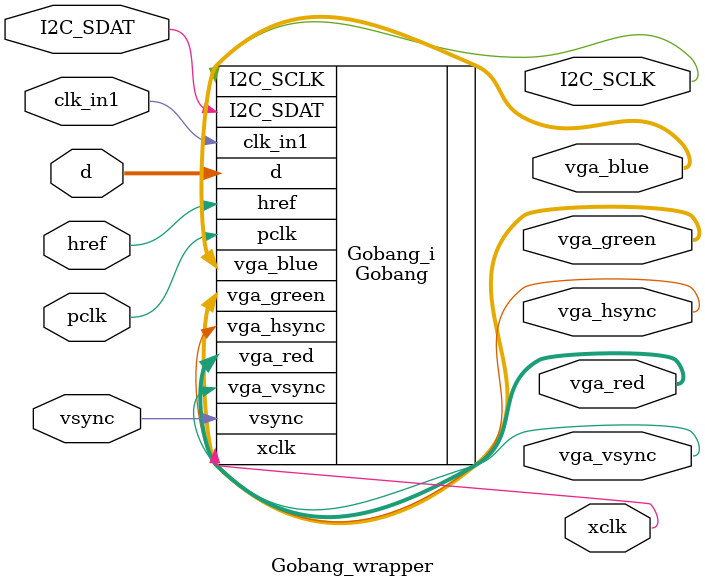
<source format=v>
`timescale 1 ps / 1 ps

module Gobang_wrapper
   (I2C_SCLK,
    I2C_SDAT,
    clk_in1,
    d,
    href,
    pclk,
    vga_blue,
    vga_green,
    vga_hsync,
    vga_red,
    vga_vsync,
    vsync,
    xclk);
  output I2C_SCLK;
  inout I2C_SDAT;
  input clk_in1;
  input [7:0]d;
  input href;
  input pclk;
  output [4:0]vga_blue;
  output [5:0]vga_green;
  output vga_hsync;
  output [4:0]vga_red;
  output vga_vsync;
  input vsync;
  output xclk;

  wire I2C_SCLK;
  wire I2C_SDAT;
  wire clk_in1;
  wire [7:0]d;
  wire href;
  wire pclk;
  wire [4:0]vga_blue;
  wire [5:0]vga_green;
  wire vga_hsync;
  wire [4:0]vga_red;
  wire vga_vsync;
  wire vsync;
  wire xclk;

Gobang Gobang_i
       (.I2C_SCLK(I2C_SCLK),
        .I2C_SDAT(I2C_SDAT),
        .clk_in1(clk_in1),
        .d(d),
        .href(href),
        .pclk(pclk),
        .vga_blue(vga_blue),
        .vga_green(vga_green),
        .vga_hsync(vga_hsync),
        .vga_red(vga_red),
        .vga_vsync(vga_vsync),
        .vsync(vsync),
        .xclk(xclk));
endmodule

</source>
